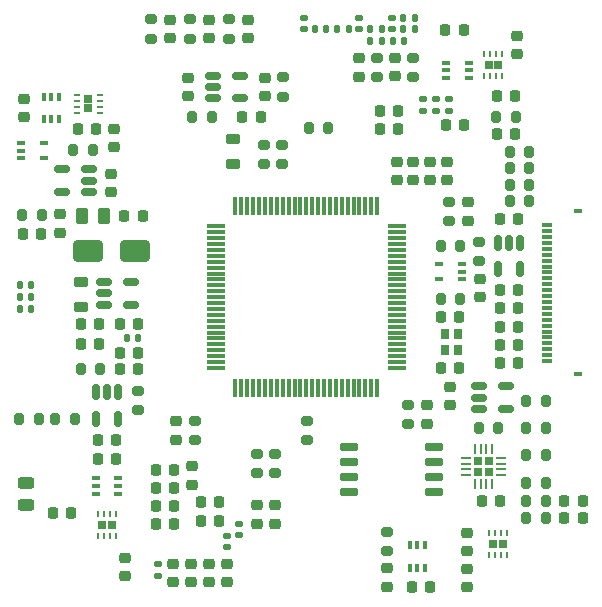
<source format=gtp>
G04 #@! TF.GenerationSoftware,KiCad,Pcbnew,8.0.0*
G04 #@! TF.CreationDate,2024-03-25T13:12:05-04:00*
G04 #@! TF.ProjectId,_Sub_HW_Qcopter,5f537562-5f48-4575-9f51-636f70746572,rev?*
G04 #@! TF.SameCoordinates,PX9157080PYf23bb80*
G04 #@! TF.FileFunction,Paste,Top*
G04 #@! TF.FilePolarity,Positive*
%FSLAX46Y46*%
G04 Gerber Fmt 4.6, Leading zero omitted, Abs format (unit mm)*
G04 Created by KiCad (PCBNEW 8.0.0) date 2024-03-25 13:12:05*
%MOMM*%
%LPD*%
G01*
G04 APERTURE LIST*
G04 Aperture macros list*
%AMRoundRect*
0 Rectangle with rounded corners*
0 $1 Rounding radius*
0 $2 $3 $4 $5 $6 $7 $8 $9 X,Y pos of 4 corners*
0 Add a 4 corners polygon primitive as box body*
4,1,4,$2,$3,$4,$5,$6,$7,$8,$9,$2,$3,0*
0 Add four circle primitives for the rounded corners*
1,1,$1+$1,$2,$3*
1,1,$1+$1,$4,$5*
1,1,$1+$1,$6,$7*
1,1,$1+$1,$8,$9*
0 Add four rect primitives between the rounded corners*
20,1,$1+$1,$2,$3,$4,$5,0*
20,1,$1+$1,$4,$5,$6,$7,0*
20,1,$1+$1,$6,$7,$8,$9,0*
20,1,$1+$1,$8,$9,$2,$3,0*%
G04 Aperture macros list end*
%ADD10RoundRect,0.100000X-0.225000X-0.100000X0.225000X-0.100000X0.225000X0.100000X-0.225000X0.100000X0*%
%ADD11RoundRect,0.225000X-0.225000X-0.250000X0.225000X-0.250000X0.225000X0.250000X-0.225000X0.250000X0*%
%ADD12RoundRect,0.200000X-0.200000X-0.275000X0.200000X-0.275000X0.200000X0.275000X-0.200000X0.275000X0*%
%ADD13RoundRect,0.200000X-0.275000X0.200000X-0.275000X-0.200000X0.275000X-0.200000X0.275000X0.200000X0*%
%ADD14RoundRect,0.225000X0.225000X0.250000X-0.225000X0.250000X-0.225000X-0.250000X0.225000X-0.250000X0*%
%ADD15RoundRect,0.100000X0.225000X0.100000X-0.225000X0.100000X-0.225000X-0.100000X0.225000X-0.100000X0*%
%ADD16RoundRect,0.147500X0.147500X0.172500X-0.147500X0.172500X-0.147500X-0.172500X0.147500X-0.172500X0*%
%ADD17RoundRect,0.150000X-0.512500X-0.150000X0.512500X-0.150000X0.512500X0.150000X-0.512500X0.150000X0*%
%ADD18RoundRect,0.200000X0.275000X-0.200000X0.275000X0.200000X-0.275000X0.200000X-0.275000X-0.200000X0*%
%ADD19RoundRect,0.225000X0.250000X-0.225000X0.250000X0.225000X-0.250000X0.225000X-0.250000X-0.225000X0*%
%ADD20RoundRect,0.250000X1.000000X0.650000X-1.000000X0.650000X-1.000000X-0.650000X1.000000X-0.650000X0*%
%ADD21RoundRect,0.147500X0.172500X-0.147500X0.172500X0.147500X-0.172500X0.147500X-0.172500X-0.147500X0*%
%ADD22RoundRect,0.218750X-0.218750X-0.256250X0.218750X-0.256250X0.218750X0.256250X-0.218750X0.256250X0*%
%ADD23R,0.950000X0.300000*%
%ADD24R,0.800000X0.400000*%
%ADD25RoundRect,0.100000X-0.100000X0.225000X-0.100000X-0.225000X0.100000X-0.225000X0.100000X0.225000X0*%
%ADD26RoundRect,0.218750X-0.256250X0.218750X-0.256250X-0.218750X0.256250X-0.218750X0.256250X0.218750X0*%
%ADD27RoundRect,0.140000X0.140000X0.170000X-0.140000X0.170000X-0.140000X-0.170000X0.140000X-0.170000X0*%
%ADD28RoundRect,0.075000X0.725000X0.075000X-0.725000X0.075000X-0.725000X-0.075000X0.725000X-0.075000X0*%
%ADD29RoundRect,0.075000X0.075000X0.725000X-0.075000X0.725000X-0.075000X-0.725000X0.075000X-0.725000X0*%
%ADD30RoundRect,0.100000X0.100000X-0.225000X0.100000X0.225000X-0.100000X0.225000X-0.100000X-0.225000X0*%
%ADD31RoundRect,0.140000X-0.170000X0.140000X-0.170000X-0.140000X0.170000X-0.140000X0.170000X0.140000X0*%
%ADD32RoundRect,0.200000X0.200000X0.275000X-0.200000X0.275000X-0.200000X-0.275000X0.200000X-0.275000X0*%
%ADD33R,0.650000X0.750000*%
%ADD34RoundRect,0.062500X-0.062500X0.187500X-0.062500X-0.187500X0.062500X-0.187500X0.062500X0.187500X0*%
%ADD35RoundRect,0.225000X-0.250000X0.225000X-0.250000X-0.225000X0.250000X-0.225000X0.250000X0.225000X0*%
%ADD36R,0.800000X0.900000*%
%ADD37RoundRect,0.218750X0.256250X-0.218750X0.256250X0.218750X-0.256250X0.218750X-0.256250X-0.218750X0*%
%ADD38RoundRect,0.140000X0.170000X-0.140000X0.170000X0.140000X-0.170000X0.140000X-0.170000X-0.140000X0*%
%ADD39RoundRect,0.150000X-0.150000X0.512500X-0.150000X-0.512500X0.150000X-0.512500X0.150000X0.512500X0*%
%ADD40RoundRect,0.250000X0.262500X0.450000X-0.262500X0.450000X-0.262500X-0.450000X0.262500X-0.450000X0*%
%ADD41RoundRect,0.190000X0.190000X0.190000X-0.190000X0.190000X-0.190000X-0.190000X0.190000X-0.190000X0*%
%ADD42RoundRect,0.062500X0.325000X0.062500X-0.325000X0.062500X-0.325000X-0.062500X0.325000X-0.062500X0*%
%ADD43RoundRect,0.062500X0.062500X0.325000X-0.062500X0.325000X-0.062500X-0.325000X0.062500X-0.325000X0*%
%ADD44RoundRect,0.150000X-0.650000X-0.150000X0.650000X-0.150000X0.650000X0.150000X-0.650000X0.150000X0*%
%ADD45RoundRect,0.062500X0.062500X-0.187500X0.062500X0.187500X-0.062500X0.187500X-0.062500X-0.187500X0*%
%ADD46RoundRect,0.218750X0.381250X-0.218750X0.381250X0.218750X-0.381250X0.218750X-0.381250X-0.218750X0*%
%ADD47RoundRect,0.147500X-0.172500X0.147500X-0.172500X-0.147500X0.172500X-0.147500X0.172500X0.147500X0*%
%ADD48RoundRect,0.218750X0.218750X0.256250X-0.218750X0.256250X-0.218750X-0.256250X0.218750X-0.256250X0*%
%ADD49RoundRect,0.150000X0.512500X0.150000X-0.512500X0.150000X-0.512500X-0.150000X0.512500X-0.150000X0*%
%ADD50R,0.750000X0.650000*%
%ADD51RoundRect,0.062500X0.187500X0.062500X-0.187500X0.062500X-0.187500X-0.062500X0.187500X-0.062500X0*%
%ADD52RoundRect,0.243750X-0.456250X0.243750X-0.456250X-0.243750X0.456250X-0.243750X0.456250X0.243750X0*%
G04 APERTURE END LIST*
D10*
X3149600Y38587200D03*
X3149600Y37287200D03*
X1249600Y37287200D03*
X1249600Y37937200D03*
X1249600Y38587200D03*
D11*
X31610000Y41277500D03*
X33160000Y41277500D03*
D12*
X15726000Y40808000D03*
X17376000Y40808000D03*
D13*
X37465000Y33604200D03*
X37465000Y31954200D03*
D14*
X43345001Y24583000D03*
X41795001Y24583000D03*
X11189000Y20828000D03*
X9639000Y20828000D03*
D15*
X9474534Y8875000D03*
X9474533Y9525000D03*
X9474534Y10175000D03*
X7574534Y10175000D03*
X7574535Y9525000D03*
X7574534Y8875000D03*
D16*
X27076200Y48209200D03*
X26106200Y48209200D03*
D17*
X8266000Y26792000D03*
X8266000Y25842000D03*
X8266000Y24892000D03*
X10541000Y24892000D03*
X10541000Y26792000D03*
D18*
X18819000Y47384200D03*
X18819000Y49034200D03*
D19*
X43256200Y46088000D03*
X43256200Y47638000D03*
D20*
X10890001Y29464000D03*
X6889999Y29464000D03*
D14*
X43066000Y42570400D03*
X41516000Y42570400D03*
D19*
X38989000Y977600D03*
X38989000Y2527600D03*
D12*
X5652000Y37973000D03*
X7302000Y37973000D03*
D21*
X19685000Y5380000D03*
X19685000Y6350000D03*
D19*
X1524000Y40754000D03*
X1524000Y42304000D03*
D22*
X1371500Y30861000D03*
X2946500Y30861000D03*
D18*
X12215000Y47384200D03*
X12215000Y49034200D03*
D11*
X40246000Y8255000D03*
X41796000Y8255000D03*
D13*
X40030000Y30226000D03*
X40030000Y28576000D03*
X21209000Y12255000D03*
X21209000Y10605000D03*
D14*
X18047000Y8153400D03*
X16497000Y8153400D03*
D16*
X11163000Y22098000D03*
X10193000Y22098000D03*
D14*
X11554000Y32361000D03*
X10004000Y32361000D03*
D23*
X45812000Y20114000D03*
X45812000Y20613999D03*
X45812000Y21114000D03*
X45812000Y21614000D03*
X45812000Y22114001D03*
X45812000Y22614000D03*
X45812000Y23114000D03*
X45812000Y23614000D03*
X45812000Y24114000D03*
X45812001Y24614000D03*
X45812000Y25114000D03*
X45812000Y25614000D03*
X45812000Y26114000D03*
X45812000Y26614000D03*
X45812001Y27114000D03*
X45812000Y27614000D03*
X45812000Y28114000D03*
X45812000Y28614000D03*
X45812000Y29114000D03*
X45812000Y29613999D03*
X45812000Y30114000D03*
X45812000Y30614000D03*
X45812000Y31114001D03*
X45812000Y31614000D03*
D24*
X48387000Y18989000D03*
X48387000Y32839000D03*
D19*
X8890000Y34404000D03*
X8890000Y35954000D03*
D25*
X35448000Y4506000D03*
X34798000Y4505999D03*
X34148000Y4506000D03*
X34148000Y2606000D03*
X34798000Y2606001D03*
X35448000Y2606000D03*
D19*
X22733000Y6350000D03*
X22733000Y7900000D03*
D14*
X43320000Y21463000D03*
X41770000Y21463000D03*
X43345001Y26107000D03*
X41795001Y26107000D03*
D11*
X6083000Y39751000D03*
X7633000Y39751000D03*
D18*
X22758400Y10605000D03*
X22758400Y12255000D03*
D22*
X19993000Y40808000D03*
X21568000Y40808000D03*
D26*
X39090600Y33553400D03*
X39090600Y31978398D03*
D19*
X35843999Y35435500D03*
X35843999Y36985500D03*
D27*
X34566800Y49174400D03*
X33606800Y49174400D03*
D28*
X33075000Y19527000D03*
X33075000Y20027000D03*
X33075000Y20527001D03*
X33075000Y21027000D03*
X33075000Y21526999D03*
X33075000Y22027000D03*
X33075000Y22527000D03*
X33075000Y23027001D03*
X33075000Y23527000D03*
X33075000Y24027000D03*
X33075000Y24527000D03*
X33075000Y25027000D03*
X33075001Y25527000D03*
X33075000Y26027000D03*
X33075000Y26527000D03*
X33075000Y27027000D03*
X33075000Y27527000D03*
X33075000Y28026999D03*
X33075000Y28527000D03*
X33075000Y29027000D03*
X33075000Y29527001D03*
X33075000Y30027000D03*
X33075000Y30526999D03*
X33075000Y31027000D03*
X33075000Y31527000D03*
D29*
X31400000Y33202000D03*
X30900000Y33202000D03*
X30399999Y33202000D03*
X29900000Y33202000D03*
X29400001Y33202000D03*
X28900000Y33202000D03*
X28400000Y33202000D03*
X27899999Y33202000D03*
X27400000Y33202000D03*
X26900000Y33202000D03*
X26400000Y33202000D03*
X25900000Y33202000D03*
X25400000Y33202001D03*
X24900000Y33202000D03*
X24400000Y33202000D03*
X23900000Y33202000D03*
X23400000Y33202000D03*
X22900001Y33202000D03*
X22400000Y33202000D03*
X21900000Y33202000D03*
X21399999Y33202000D03*
X20900000Y33202000D03*
X20400001Y33202000D03*
X19900000Y33202000D03*
X19400000Y33202000D03*
D28*
X17725000Y31527000D03*
X17725000Y31027000D03*
X17725000Y30526999D03*
X17725000Y30027000D03*
X17725000Y29527001D03*
X17725000Y29027000D03*
X17725000Y28527000D03*
X17725000Y28026999D03*
X17725000Y27527000D03*
X17725000Y27027000D03*
X17725000Y26527000D03*
X17725000Y26027000D03*
X17724999Y25527000D03*
X17725000Y25027000D03*
X17725000Y24527000D03*
X17725000Y24027000D03*
X17725000Y23527000D03*
X17725000Y23027001D03*
X17725000Y22527000D03*
X17725000Y22027000D03*
X17725000Y21526999D03*
X17725000Y21027000D03*
X17725000Y20527001D03*
X17725000Y20027000D03*
X17725000Y19527000D03*
D29*
X19400000Y17852000D03*
X19900000Y17852000D03*
X20400001Y17852000D03*
X20900000Y17852000D03*
X21399999Y17852000D03*
X21900000Y17852000D03*
X22400000Y17852000D03*
X22900001Y17852000D03*
X23400000Y17852000D03*
X23900000Y17852000D03*
X24400000Y17852000D03*
X24900000Y17852000D03*
X25400000Y17851999D03*
X25900000Y17852000D03*
X26400000Y17852000D03*
X26900000Y17852000D03*
X27400000Y17852000D03*
X27899999Y17852000D03*
X28400000Y17852000D03*
X28900000Y17852000D03*
X29400001Y17852000D03*
X29900000Y17852000D03*
X30399999Y17852000D03*
X30900000Y17852000D03*
X31400000Y17852000D03*
D30*
X3160000Y40579000D03*
X3810000Y40579001D03*
X4460000Y40579000D03*
X4460000Y42479000D03*
X3810000Y42478999D03*
X3160000Y42479000D03*
D31*
X36387000Y42265500D03*
X36387000Y41305500D03*
D32*
X7937000Y19430999D03*
X6287000Y19430999D03*
D13*
X21844000Y38417000D03*
X21844000Y36767000D03*
D19*
X34446999Y35435500D03*
X34446999Y36985500D03*
D33*
X41632900Y45169500D03*
X40832900Y45169500D03*
D34*
X41982901Y46119500D03*
X41482900Y46119500D03*
X40982900Y46119500D03*
X40482899Y46119500D03*
X40482899Y44219500D03*
X40982900Y44219500D03*
X41482900Y44219500D03*
X41982901Y44219500D03*
D12*
X44006000Y9779000D03*
X45656000Y9779000D03*
D35*
X15341600Y44082000D03*
X15341600Y42532000D03*
X38989000Y5550200D03*
X38989000Y4000200D03*
D32*
X27241000Y39878000D03*
X25591000Y39878000D03*
D14*
X38722600Y48133000D03*
X37172600Y48133000D03*
D36*
X37169000Y22417000D03*
X37169000Y21017000D03*
X38269000Y21017000D03*
X38269000Y22417000D03*
D11*
X12636200Y7874000D03*
X14186200Y7874000D03*
X36817000Y23876000D03*
X38367000Y23876000D03*
D13*
X23444200Y44132000D03*
X23444200Y42482000D03*
D11*
X31610000Y39783499D03*
X33160000Y39783499D03*
D14*
X43320000Y19939000D03*
X41770000Y19939000D03*
D37*
X29840962Y44170499D03*
X29840962Y45745501D03*
D12*
X44006000Y8255000D03*
X45656000Y8255000D03*
D22*
X41757500Y22987000D03*
X43332500Y22987000D03*
X41503500Y39319200D03*
X43078500Y39319200D03*
D21*
X12827000Y1928000D03*
X12827000Y2898000D03*
D31*
X37465000Y42265500D03*
X37465000Y41305500D03*
D38*
X29893200Y48237200D03*
X29893200Y49197200D03*
D19*
X13866000Y47434200D03*
X13866000Y48984200D03*
D17*
X17531500Y44257000D03*
X17531500Y43307000D03*
X17531500Y42357000D03*
X19806500Y42357000D03*
X19806500Y44257000D03*
D11*
X12636200Y10922000D03*
X14186200Y10922000D03*
D39*
X43494999Y30148500D03*
X42545000Y30148500D03*
X41595001Y30148500D03*
X41595001Y27873500D03*
X43494999Y27873500D03*
D12*
X1080000Y15240000D03*
X2730000Y15240000D03*
D18*
X34010600Y14770600D03*
X34010600Y16420600D03*
D14*
X35903200Y990600D03*
X34353200Y990600D03*
X18047000Y6604000D03*
X16497000Y6604000D03*
D27*
X31770200Y47193200D03*
X30810200Y47193200D03*
D18*
X34412961Y44133000D03*
X34412961Y45783000D03*
D19*
X37338000Y35435500D03*
X37338000Y36985500D03*
D39*
X9458999Y17520500D03*
X8509000Y17520500D03*
X7559001Y17520500D03*
X7559001Y15245500D03*
X9458999Y15245500D03*
D14*
X9284000Y13462000D03*
X7734000Y13462000D03*
D19*
X21209000Y6350000D03*
X21209000Y7900000D03*
D35*
X15621000Y2921000D03*
X15621000Y1371000D03*
D12*
X36767000Y29845001D03*
X38417000Y29845001D03*
D40*
X8249500Y32361000D03*
X6424500Y32361000D03*
D11*
X6337000Y21590000D03*
X7887000Y21590000D03*
D27*
X28976200Y48209200D03*
X28016200Y48209200D03*
D16*
X2113000Y26543000D03*
X1143000Y26543000D03*
D12*
X44006000Y12192000D03*
X45656000Y12192000D03*
D19*
X40071001Y25514000D03*
X40071001Y27064000D03*
D41*
X40838000Y10746000D03*
X40838000Y11626000D03*
X39958000Y10746000D03*
X39958000Y11626000D03*
D42*
X41860500Y10436000D03*
X41860500Y10936000D03*
X41860500Y11436000D03*
X41860500Y11936000D03*
D43*
X41148000Y12648500D03*
X40648000Y12648500D03*
X40148000Y12648500D03*
X39648000Y12648500D03*
D42*
X38935500Y11936000D03*
X38935500Y11436000D03*
X38935500Y10936000D03*
X38935500Y10436000D03*
D43*
X39648000Y9723500D03*
X40148000Y9723500D03*
X40648000Y9723500D03*
X41148000Y9723500D03*
D44*
X29039000Y12827000D03*
X29039000Y11557000D03*
X29039000Y10287000D03*
X29039000Y9017000D03*
X36239000Y9017000D03*
X36239000Y10287000D03*
X36239000Y11557000D03*
X36239000Y12827000D03*
D16*
X33710600Y47193200D03*
X32740600Y47193200D03*
D14*
X38748000Y40134500D03*
X37198000Y40134500D03*
D12*
X39997000Y14429000D03*
X41647000Y14429000D03*
X41466000Y40792400D03*
X43116000Y40792400D03*
D16*
X2113000Y24511000D03*
X1143000Y24511000D03*
D33*
X8109000Y6223000D03*
X8909000Y6223000D03*
D45*
X7758999Y5273000D03*
X8259000Y5273000D03*
X8759000Y5273000D03*
X9259001Y5273000D03*
X9259001Y7173000D03*
X8759000Y7173000D03*
X8259000Y7173000D03*
X7758999Y7173000D03*
D19*
X17168000Y47434200D03*
X17168000Y48984200D03*
D14*
X5474000Y7239000D03*
X3924000Y7239000D03*
D35*
X15697200Y11189000D03*
X15697200Y9639000D03*
D14*
X11189000Y19431000D03*
X9639000Y19431000D03*
D26*
X14351000Y15011501D03*
X14351000Y13436499D03*
D14*
X11189000Y23241000D03*
X9639000Y23241000D03*
D16*
X34571800Y48209200D03*
X33601800Y48209200D03*
D19*
X35610800Y14807600D03*
X35610800Y16357600D03*
D12*
X42609000Y37846000D03*
X44259000Y37846000D03*
D37*
X32258000Y990499D03*
X32258000Y2565501D03*
D18*
X25450800Y13399000D03*
X25450800Y15049000D03*
D19*
X20470000Y47434200D03*
X20470000Y48984200D03*
D11*
X12636200Y6350000D03*
X14186200Y6350000D03*
D12*
X42609000Y36449000D03*
X44259000Y36449000D03*
D46*
X6350000Y24718500D03*
X6350000Y26843500D03*
D47*
X18669000Y5334000D03*
X18669000Y4364000D03*
D10*
X37251600Y45379400D03*
X37251601Y44729400D03*
X37251600Y44079400D03*
X39151600Y44079400D03*
X39151599Y44729400D03*
X39151600Y45379400D03*
D35*
X14097000Y2921000D03*
X14097000Y1371000D03*
D12*
X36767000Y25400000D03*
X38417000Y25400000D03*
D16*
X2113000Y25527000D03*
X1143000Y25527000D03*
D18*
X31369000Y44133000D03*
X31369000Y45783000D03*
D12*
X42609000Y35052000D03*
X44259000Y35052000D03*
D15*
X38542000Y27036000D03*
X38541999Y27686000D03*
X38542000Y28336000D03*
X36642000Y28336000D03*
X36642000Y27036000D03*
D35*
X4572000Y32525000D03*
X4572000Y30975000D03*
D16*
X31775200Y48209200D03*
X30805200Y48209200D03*
D38*
X25194200Y48237200D03*
X25194200Y49197200D03*
D48*
X48793501Y6858000D03*
X47218499Y6858000D03*
D35*
X17145000Y2934000D03*
X17145000Y1384000D03*
D49*
X7015744Y34443501D03*
X7015744Y35393500D03*
X7015744Y36343499D03*
X4740744Y36343499D03*
X4740744Y34443501D03*
D19*
X33049999Y35435500D03*
X33049999Y36985500D03*
D35*
X21869400Y44082000D03*
X21869400Y42532000D03*
D12*
X44006000Y14478000D03*
X45656000Y14478000D03*
D35*
X37592000Y17920000D03*
X37592000Y16370000D03*
D38*
X32687200Y48237200D03*
X32687200Y49197200D03*
D11*
X12636200Y9398000D03*
X14186200Y9398000D03*
D33*
X41244001Y4633000D03*
X42044001Y4633000D03*
D45*
X40894000Y3683000D03*
X41394001Y3683000D03*
X41894001Y3683000D03*
X42394002Y3683000D03*
X42394002Y5583000D03*
X41894001Y5583000D03*
X41394001Y5583000D03*
X40894000Y5583000D03*
D17*
X40010500Y17968000D03*
X40010500Y17018000D03*
X40010500Y16068000D03*
X42285500Y16068000D03*
X42285500Y17968000D03*
D11*
X36817000Y19558000D03*
X38367000Y19558000D03*
D14*
X43345002Y32131000D03*
X41795002Y32131000D03*
D35*
X9144000Y39764000D03*
X9144000Y38214000D03*
D11*
X6337000Y23241000D03*
X7887000Y23241000D03*
D32*
X2984000Y32512000D03*
X1334000Y32512000D03*
D12*
X44006000Y6858000D03*
X45656000Y6858000D03*
D48*
X48793501Y8259037D03*
X47218499Y8259037D03*
D50*
X6958483Y41499017D03*
X6958483Y42299017D03*
D51*
X7908483Y41149016D03*
X7908483Y41649017D03*
X7908483Y42149017D03*
X7908483Y42649018D03*
X6008483Y42649018D03*
X6008483Y42149017D03*
X6008483Y41649017D03*
X6008483Y41149016D03*
D46*
X19177000Y36783500D03*
X19177000Y38908500D03*
D31*
X35306000Y42265500D03*
X35306000Y41305500D03*
D18*
X11176000Y15939000D03*
X11176000Y17589000D03*
D12*
X4128000Y15240000D03*
X5778000Y15240000D03*
D11*
X7734000Y11811000D03*
X9284000Y11811000D03*
D13*
X23368000Y38417000D03*
X23368000Y36767000D03*
D37*
X32888962Y44220249D03*
X32888962Y45795251D03*
D19*
X10033000Y1892000D03*
X10033000Y3442000D03*
D35*
X18669000Y2934000D03*
X18669000Y1384000D03*
D52*
X1651000Y9827501D03*
X1651000Y7952499D03*
D18*
X15517000Y47384200D03*
X15517000Y49034200D03*
D12*
X44006000Y16764000D03*
X45656000Y16764000D03*
X42609000Y33655000D03*
X44259000Y33655000D03*
D13*
X32258000Y5651000D03*
X32258000Y4001000D03*
X16002000Y15049000D03*
X16002000Y13399000D03*
M02*

</source>
